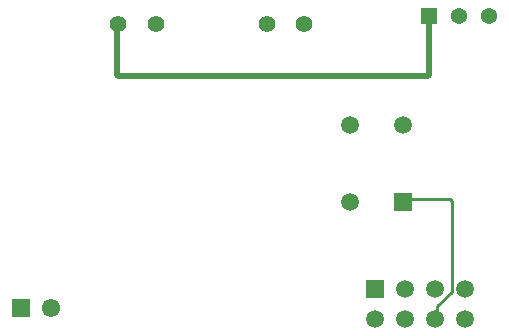
<source format=gtl>
G04*
G04 #@! TF.GenerationSoftware,Altium Limited,Altium Designer,24.3.1 (35)*
G04*
G04 Layer_Physical_Order=1*
G04 Layer_Color=255*
%FSLAX44Y44*%
%MOMM*%
G71*
G04*
G04 #@! TF.SameCoordinates,3191A570-1A6B-4277-BA42-F0865F8515EA*
G04*
G04*
G04 #@! TF.FilePolarity,Positive*
G04*
G01*
G75*
%ADD12C,0.2540*%
%ADD18C,1.5500*%
%ADD19R,1.5500X1.5500*%
%ADD21C,0.5080*%
%ADD22C,1.5080*%
%ADD23R,1.5080X1.5080*%
%ADD24C,1.3700*%
%ADD25R,1.3700X1.3700*%
%ADD26C,1.3950*%
%ADD27R,1.5080X1.5080*%
D12*
X400050Y42589D02*
Y119162D01*
X386080Y19270D02*
X388081Y21271D01*
X398562Y120650D02*
X400050Y119162D01*
X359660Y120650D02*
X398562D01*
X388081Y30620D02*
X400050Y42589D01*
X388081Y21271D02*
Y30620D01*
X359050Y120040D02*
X359660Y120650D01*
D18*
X60760Y29040D02*
D03*
D19*
X35760D02*
D03*
D21*
X116840Y268090D02*
X117990Y269240D01*
X116840Y226278D02*
Y268090D01*
X118328Y224790D02*
X379512D01*
X116840Y226278D02*
X118328Y224790D01*
X379512D02*
X381000Y226278D01*
Y275590D01*
D22*
X411480Y44670D02*
D03*
Y19270D02*
D03*
X386080Y44670D02*
D03*
Y19270D02*
D03*
X360680Y44670D02*
D03*
Y19270D02*
D03*
X335280D02*
D03*
X314050Y183770D02*
D03*
Y118770D02*
D03*
X359050Y183770D02*
D03*
D23*
X335280Y44670D02*
D03*
D24*
X431800Y275590D02*
D03*
X406400D02*
D03*
D25*
X381000D02*
D03*
D26*
X275540Y269240D02*
D03*
X243840D02*
D03*
X149690D02*
D03*
X117990D02*
D03*
D27*
X359050Y118770D02*
D03*
M02*

</source>
